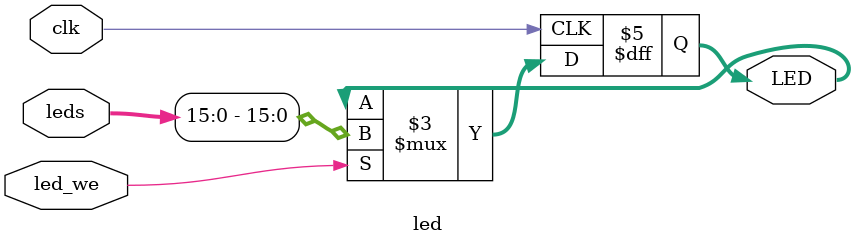
<source format=v>
module led(leds, LED, clk, led_we);
    input clk, led_we;
    input [31:0] leds;
    output reg[15:0] LED;

    always @(posedge clk) begin
        if(led_we) begin
            LED = leds[15:0];
        end
    end



endmodule
</source>
